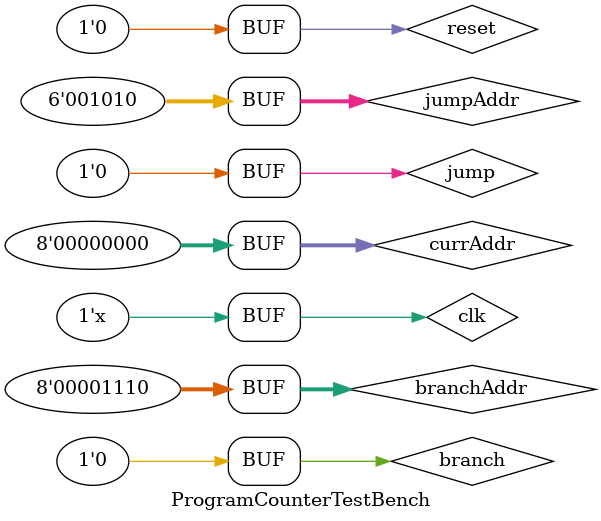
<source format=sv>
`timescale 1ns / 1ps


module ProgramCounterTestBench(

    );
    
    reg clk = 1;
    reg [7:0] currAddr = 0;
    reg reset = 0;
    reg jump = 0;
    reg branch = 0;
    reg [5:0] jumpAddr = 10;
    reg [7:0] branchAddr = 14;
    
    /*
     input clk,
    input reset,
    input jump,
    input branch,
    input reg [5:0] jumpAddr,
    input reg [7:0] branchAddr,
    output [7:0] nextAddr
    */
    
    ProgramCounter PC(
        .clk        (clk),
        .reset      (reset),
        .jump       (jump),
        .branch     (branch),
        .jumpAddr   (jumpAddr),
        .branchAddr (branchAddr),
        .nextAddr   (currAddr)
        );
    
    
    initial begin
    for(int i = 0; i< 256; i = i + 1 ) begin
        #10
        
        if(i == 10) begin
            reset <= 1;
        end
        else if(i == 20) begin
            jump <= 1;
        end
        else if(i == 30) begin
            branch <= 1;
        end    
        else if(i == 40) begin
            branch <= 1;
            jump <= 1;
        end   
        else begin
            branch <= 0;
            jump <= 0;
            reset <= 0;
        end 

      end
    end 
    
    always
    begin
        #5 clk = ~clk;
    end

    
endmodule

</source>
